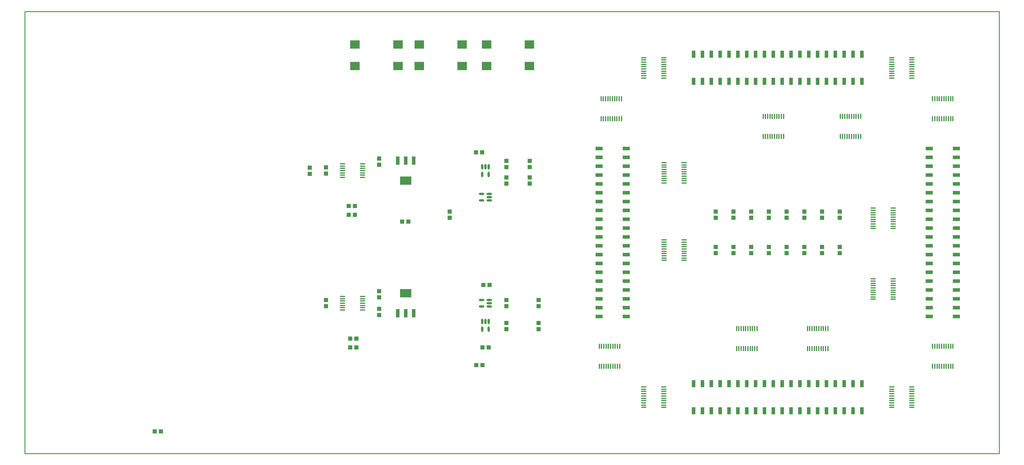
<source format=gtp>
G04 Layer_Color=8421504*
%FSLAX25Y25*%
%MOIN*%
G70*
G01*
G75*
%ADD10R,0.03937X0.09449*%
%ADD11R,0.12598X0.09449*%
%ADD12R,0.05000X0.05000*%
%ADD13O,0.02362X0.06102*%
%ADD14R,0.05000X0.05000*%
%ADD15O,0.06102X0.02362*%
%ADD16O,0.06102X0.01378*%
%ADD17R,0.03937X0.07874*%
%ADD18R,0.07874X0.03937*%
%ADD19R,0.11024X0.09449*%
%ADD20O,0.06299X0.01378*%
%ADD21O,0.01378X0.06299*%
%ADD23C,0.01000*%
D10*
X420945Y158583D02*
D03*
X430000D02*
D03*
X439055D02*
D03*
Y331417D02*
D03*
X430000D02*
D03*
X420945D02*
D03*
D11*
X430000Y181417D02*
D03*
Y308583D02*
D03*
D12*
X321700Y323400D02*
D03*
Y316400D02*
D03*
X400100Y176600D02*
D03*
Y183600D02*
D03*
X580000Y173500D02*
D03*
Y166500D02*
D03*
Y147500D02*
D03*
Y140500D02*
D03*
X340000Y166500D02*
D03*
Y173500D02*
D03*
X479500Y266500D02*
D03*
Y273500D02*
D03*
X570000Y312400D02*
D03*
Y305400D02*
D03*
Y331000D02*
D03*
Y324000D02*
D03*
X543500D02*
D03*
Y331000D02*
D03*
Y305400D02*
D03*
Y312400D02*
D03*
X400000Y333500D02*
D03*
Y326500D02*
D03*
X340000Y323500D02*
D03*
Y316500D02*
D03*
X400000Y156500D02*
D03*
Y163500D02*
D03*
X880000Y273500D02*
D03*
Y266500D02*
D03*
X920000Y226500D02*
D03*
Y233500D02*
D03*
X860000Y273500D02*
D03*
Y266500D02*
D03*
X900000Y226500D02*
D03*
Y233500D02*
D03*
X880000Y226500D02*
D03*
Y233500D02*
D03*
X860000Y226500D02*
D03*
Y233500D02*
D03*
X900000Y273500D02*
D03*
Y266500D02*
D03*
X820000Y273500D02*
D03*
Y266500D02*
D03*
X840000Y226500D02*
D03*
Y233500D02*
D03*
X820000Y226500D02*
D03*
Y233500D02*
D03*
X840000Y273500D02*
D03*
Y266500D02*
D03*
X800000Y226500D02*
D03*
Y233500D02*
D03*
X780000Y226500D02*
D03*
Y233500D02*
D03*
Y273500D02*
D03*
Y266500D02*
D03*
X920000D02*
D03*
Y273500D02*
D03*
X800000D02*
D03*
Y266500D02*
D03*
X543500Y166500D02*
D03*
Y173500D02*
D03*
Y140500D02*
D03*
Y147500D02*
D03*
D13*
X516260Y140571D02*
D03*
X523740D02*
D03*
X516260Y149429D02*
D03*
X520000D02*
D03*
X523740D02*
D03*
X516260Y315571D02*
D03*
X523740D02*
D03*
X516260Y324429D02*
D03*
X520000D02*
D03*
X523740D02*
D03*
D14*
X517600Y190600D02*
D03*
X524600D02*
D03*
X516500Y120000D02*
D03*
X523500D02*
D03*
X509800Y100000D02*
D03*
X516800D02*
D03*
X367300Y120000D02*
D03*
X374300D02*
D03*
X367300Y130000D02*
D03*
X374300D02*
D03*
X432900Y262200D02*
D03*
X425900D02*
D03*
X365500Y270000D02*
D03*
X372500D02*
D03*
X365500Y280000D02*
D03*
X372500D02*
D03*
X509300Y340600D02*
D03*
X516300D02*
D03*
X153500Y25000D02*
D03*
X146500D02*
D03*
D15*
X515571Y173740D02*
D03*
Y166260D02*
D03*
X524429Y173740D02*
D03*
Y170000D02*
D03*
Y166260D02*
D03*
X515571Y293740D02*
D03*
Y286260D02*
D03*
X524429Y293740D02*
D03*
Y290000D02*
D03*
Y286260D02*
D03*
D16*
X358681Y177677D02*
D03*
Y175118D02*
D03*
Y172559D02*
D03*
Y170000D02*
D03*
Y167441D02*
D03*
Y164882D02*
D03*
Y162323D02*
D03*
X381319Y177677D02*
D03*
Y175118D02*
D03*
Y172559D02*
D03*
Y170000D02*
D03*
Y167441D02*
D03*
Y164882D02*
D03*
Y162323D02*
D03*
X358681Y327677D02*
D03*
Y325118D02*
D03*
Y322559D02*
D03*
Y320000D02*
D03*
Y317441D02*
D03*
Y314882D02*
D03*
Y312323D02*
D03*
X381319Y327677D02*
D03*
Y325118D02*
D03*
Y322559D02*
D03*
Y320000D02*
D03*
Y317441D02*
D03*
Y314882D02*
D03*
Y312323D02*
D03*
D17*
X795000Y79104D02*
D03*
X775000D02*
D03*
X765000D02*
D03*
X755000D02*
D03*
X785000D02*
D03*
X835000D02*
D03*
X805000D02*
D03*
X815000D02*
D03*
X825000D02*
D03*
X845000D02*
D03*
X885000D02*
D03*
X855000D02*
D03*
X865000D02*
D03*
X875000D02*
D03*
X895000D02*
D03*
X935000D02*
D03*
X905000D02*
D03*
X915000D02*
D03*
X925000D02*
D03*
X945000D02*
D03*
Y48396D02*
D03*
X925000D02*
D03*
X915000D02*
D03*
X905000D02*
D03*
X935000D02*
D03*
X895000D02*
D03*
X875000D02*
D03*
X865000D02*
D03*
X855000D02*
D03*
X885000D02*
D03*
X845000D02*
D03*
X825000D02*
D03*
X815000D02*
D03*
X805000D02*
D03*
X835000D02*
D03*
X785000D02*
D03*
X755000D02*
D03*
X765000D02*
D03*
X775000D02*
D03*
X795000D02*
D03*
X905000Y420896D02*
D03*
X925000D02*
D03*
X935000D02*
D03*
X945000D02*
D03*
X915000D02*
D03*
X865000D02*
D03*
X895000D02*
D03*
X885000D02*
D03*
X875000D02*
D03*
X855000D02*
D03*
X815000D02*
D03*
X845000D02*
D03*
X835000D02*
D03*
X825000D02*
D03*
X805000D02*
D03*
X765000D02*
D03*
X795000D02*
D03*
X785000D02*
D03*
X775000D02*
D03*
X755000D02*
D03*
Y451604D02*
D03*
X775000D02*
D03*
X785000D02*
D03*
X795000D02*
D03*
X765000D02*
D03*
X805000D02*
D03*
X825000D02*
D03*
X835000D02*
D03*
X845000D02*
D03*
X815000D02*
D03*
X855000D02*
D03*
X875000D02*
D03*
X885000D02*
D03*
X895000D02*
D03*
X865000D02*
D03*
X915000D02*
D03*
X945000D02*
D03*
X935000D02*
D03*
X925000D02*
D03*
X905000D02*
D03*
D18*
X679104Y305000D02*
D03*
Y325000D02*
D03*
Y335000D02*
D03*
Y345000D02*
D03*
Y315000D02*
D03*
Y265000D02*
D03*
Y295000D02*
D03*
Y285000D02*
D03*
Y275000D02*
D03*
Y255000D02*
D03*
Y215000D02*
D03*
Y245000D02*
D03*
Y235000D02*
D03*
Y225000D02*
D03*
Y205000D02*
D03*
Y165000D02*
D03*
Y195000D02*
D03*
Y185000D02*
D03*
Y175000D02*
D03*
Y155000D02*
D03*
X648396D02*
D03*
Y175000D02*
D03*
Y185000D02*
D03*
Y195000D02*
D03*
Y165000D02*
D03*
Y205000D02*
D03*
Y225000D02*
D03*
Y235000D02*
D03*
Y245000D02*
D03*
Y215000D02*
D03*
Y255000D02*
D03*
Y275000D02*
D03*
Y285000D02*
D03*
Y295000D02*
D03*
Y265000D02*
D03*
Y315000D02*
D03*
Y345000D02*
D03*
Y335000D02*
D03*
Y325000D02*
D03*
Y305000D02*
D03*
X1020896Y195000D02*
D03*
Y175000D02*
D03*
Y165000D02*
D03*
Y155000D02*
D03*
Y185000D02*
D03*
Y235000D02*
D03*
Y205000D02*
D03*
Y215000D02*
D03*
Y225000D02*
D03*
Y245000D02*
D03*
Y285000D02*
D03*
Y255000D02*
D03*
Y265000D02*
D03*
Y275000D02*
D03*
Y295000D02*
D03*
Y335000D02*
D03*
Y305000D02*
D03*
Y315000D02*
D03*
Y325000D02*
D03*
Y345000D02*
D03*
X1051604D02*
D03*
Y325000D02*
D03*
Y315000D02*
D03*
Y305000D02*
D03*
Y335000D02*
D03*
Y295000D02*
D03*
Y275000D02*
D03*
Y265000D02*
D03*
Y255000D02*
D03*
Y285000D02*
D03*
Y245000D02*
D03*
Y225000D02*
D03*
Y215000D02*
D03*
Y205000D02*
D03*
Y235000D02*
D03*
Y185000D02*
D03*
Y155000D02*
D03*
Y165000D02*
D03*
Y175000D02*
D03*
Y195000D02*
D03*
D19*
X493700Y438300D02*
D03*
Y462800D02*
D03*
X445200Y438300D02*
D03*
Y462800D02*
D03*
X421200Y438300D02*
D03*
Y462800D02*
D03*
X372700Y438300D02*
D03*
Y462800D02*
D03*
X569700Y438300D02*
D03*
Y462800D02*
D03*
X521200Y438300D02*
D03*
Y462800D02*
D03*
D20*
X978681Y447766D02*
D03*
Y445207D02*
D03*
Y442648D02*
D03*
Y440089D02*
D03*
Y437530D02*
D03*
Y434970D02*
D03*
Y432411D02*
D03*
Y429852D02*
D03*
Y427293D02*
D03*
Y424734D02*
D03*
X1001319Y447766D02*
D03*
Y445207D02*
D03*
Y442648D02*
D03*
Y440089D02*
D03*
Y437530D02*
D03*
Y434970D02*
D03*
Y432411D02*
D03*
Y429852D02*
D03*
Y427293D02*
D03*
Y424734D02*
D03*
X721319Y52234D02*
D03*
Y54793D02*
D03*
Y57352D02*
D03*
Y59911D02*
D03*
Y62470D02*
D03*
Y65030D02*
D03*
Y67589D02*
D03*
Y70148D02*
D03*
Y72707D02*
D03*
Y75266D02*
D03*
X698681Y52234D02*
D03*
Y54793D02*
D03*
Y57352D02*
D03*
Y59911D02*
D03*
Y62470D02*
D03*
Y65030D02*
D03*
Y67589D02*
D03*
Y70148D02*
D03*
Y72707D02*
D03*
Y75266D02*
D03*
X721681Y329016D02*
D03*
Y326457D02*
D03*
Y323898D02*
D03*
Y321339D02*
D03*
Y318780D02*
D03*
Y316220D02*
D03*
Y313661D02*
D03*
Y311102D02*
D03*
Y308543D02*
D03*
Y305984D02*
D03*
X744319Y329016D02*
D03*
Y326457D02*
D03*
Y323898D02*
D03*
Y321339D02*
D03*
Y318780D02*
D03*
Y316220D02*
D03*
Y313661D02*
D03*
Y311102D02*
D03*
Y308543D02*
D03*
Y305984D02*
D03*
X980319Y174484D02*
D03*
Y177043D02*
D03*
Y179602D02*
D03*
Y182161D02*
D03*
Y184720D02*
D03*
Y187280D02*
D03*
Y189839D02*
D03*
Y192398D02*
D03*
Y194957D02*
D03*
Y197516D02*
D03*
X957681Y174484D02*
D03*
Y177043D02*
D03*
Y179602D02*
D03*
Y182161D02*
D03*
Y184720D02*
D03*
Y187280D02*
D03*
Y189839D02*
D03*
Y192398D02*
D03*
Y194957D02*
D03*
Y197516D02*
D03*
X698681Y447766D02*
D03*
Y445207D02*
D03*
Y442648D02*
D03*
Y440089D02*
D03*
Y437530D02*
D03*
Y434970D02*
D03*
Y432411D02*
D03*
Y429852D02*
D03*
Y427293D02*
D03*
Y424734D02*
D03*
X721319Y447766D02*
D03*
Y445207D02*
D03*
Y442648D02*
D03*
Y440089D02*
D03*
Y437530D02*
D03*
Y434970D02*
D03*
Y432411D02*
D03*
Y429852D02*
D03*
Y427293D02*
D03*
Y424734D02*
D03*
X1001319Y52234D02*
D03*
Y54793D02*
D03*
Y57352D02*
D03*
Y59911D02*
D03*
Y62470D02*
D03*
Y65030D02*
D03*
Y67589D02*
D03*
Y70148D02*
D03*
Y72707D02*
D03*
Y75266D02*
D03*
X978681Y52234D02*
D03*
Y54793D02*
D03*
Y57352D02*
D03*
Y59911D02*
D03*
Y62470D02*
D03*
Y65030D02*
D03*
Y67589D02*
D03*
Y70148D02*
D03*
Y72707D02*
D03*
Y75266D02*
D03*
X721681Y241516D02*
D03*
Y238957D02*
D03*
Y236398D02*
D03*
Y233839D02*
D03*
Y231280D02*
D03*
Y228720D02*
D03*
Y226161D02*
D03*
Y223602D02*
D03*
Y221043D02*
D03*
Y218484D02*
D03*
X744319Y241516D02*
D03*
Y238957D02*
D03*
Y236398D02*
D03*
Y233839D02*
D03*
Y231280D02*
D03*
Y228720D02*
D03*
Y226161D02*
D03*
Y223602D02*
D03*
Y221043D02*
D03*
Y218484D02*
D03*
X980319Y254484D02*
D03*
Y257043D02*
D03*
Y259602D02*
D03*
Y262161D02*
D03*
Y264720D02*
D03*
Y267280D02*
D03*
Y269839D02*
D03*
Y272398D02*
D03*
Y274957D02*
D03*
Y277516D02*
D03*
X957681Y254484D02*
D03*
Y257043D02*
D03*
Y259602D02*
D03*
Y262161D02*
D03*
Y264720D02*
D03*
Y267280D02*
D03*
Y269839D02*
D03*
Y272398D02*
D03*
Y274957D02*
D03*
Y277516D02*
D03*
D21*
X943516Y381319D02*
D03*
X940957D02*
D03*
X938398D02*
D03*
X935839D02*
D03*
X933280D02*
D03*
X930720D02*
D03*
X928161D02*
D03*
X925602D02*
D03*
X923043D02*
D03*
X920484D02*
D03*
X943516Y358681D02*
D03*
X940957D02*
D03*
X938398D02*
D03*
X935839D02*
D03*
X933280D02*
D03*
X930720D02*
D03*
X928161D02*
D03*
X925602D02*
D03*
X923043D02*
D03*
X920484D02*
D03*
X803484Y118681D02*
D03*
X806043D02*
D03*
X808602D02*
D03*
X811161D02*
D03*
X813720D02*
D03*
X816280D02*
D03*
X818839D02*
D03*
X821398D02*
D03*
X823957D02*
D03*
X826516D02*
D03*
X803484Y141319D02*
D03*
X806043D02*
D03*
X808602D02*
D03*
X811161D02*
D03*
X813720D02*
D03*
X816280D02*
D03*
X818839D02*
D03*
X821398D02*
D03*
X823957D02*
D03*
X826516D02*
D03*
X648484Y98681D02*
D03*
X651043D02*
D03*
X653602D02*
D03*
X656161D02*
D03*
X658720D02*
D03*
X661280D02*
D03*
X663839D02*
D03*
X666398D02*
D03*
X668957D02*
D03*
X671516D02*
D03*
X648484Y121319D02*
D03*
X651043D02*
D03*
X653602D02*
D03*
X656161D02*
D03*
X658720D02*
D03*
X661280D02*
D03*
X663839D02*
D03*
X666398D02*
D03*
X668957D02*
D03*
X671516D02*
D03*
X1047766Y401319D02*
D03*
X1045207D02*
D03*
X1042648D02*
D03*
X1040089D02*
D03*
X1037530D02*
D03*
X1034970D02*
D03*
X1032411D02*
D03*
X1029852D02*
D03*
X1027293D02*
D03*
X1024734D02*
D03*
X1047766Y378681D02*
D03*
X1045207D02*
D03*
X1042648D02*
D03*
X1040089D02*
D03*
X1037530D02*
D03*
X1034970D02*
D03*
X1032411D02*
D03*
X1029852D02*
D03*
X1027293D02*
D03*
X1024734D02*
D03*
X856516Y381319D02*
D03*
X853957D02*
D03*
X851398D02*
D03*
X848839D02*
D03*
X846280D02*
D03*
X843720D02*
D03*
X841161D02*
D03*
X838602D02*
D03*
X836043D02*
D03*
X833484D02*
D03*
X856516Y358681D02*
D03*
X853957D02*
D03*
X851398D02*
D03*
X848839D02*
D03*
X846280D02*
D03*
X843720D02*
D03*
X841161D02*
D03*
X838602D02*
D03*
X836043D02*
D03*
X833484D02*
D03*
X883484Y118681D02*
D03*
X886043D02*
D03*
X888602D02*
D03*
X891161D02*
D03*
X893720D02*
D03*
X896280D02*
D03*
X898839D02*
D03*
X901398D02*
D03*
X903957D02*
D03*
X906516D02*
D03*
X883484Y141319D02*
D03*
X886043D02*
D03*
X888602D02*
D03*
X891161D02*
D03*
X893720D02*
D03*
X896280D02*
D03*
X898839D02*
D03*
X901398D02*
D03*
X903957D02*
D03*
X906516D02*
D03*
X650484Y378681D02*
D03*
X653043D02*
D03*
X655602D02*
D03*
X658161D02*
D03*
X660720D02*
D03*
X663280D02*
D03*
X665839D02*
D03*
X668398D02*
D03*
X670957D02*
D03*
X673516D02*
D03*
X650484Y401319D02*
D03*
X653043D02*
D03*
X655602D02*
D03*
X658161D02*
D03*
X660720D02*
D03*
X663280D02*
D03*
X665839D02*
D03*
X668398D02*
D03*
X670957D02*
D03*
X673516D02*
D03*
X1047766Y121319D02*
D03*
X1045207D02*
D03*
X1042648D02*
D03*
X1040089D02*
D03*
X1037530D02*
D03*
X1034970D02*
D03*
X1032411D02*
D03*
X1029852D02*
D03*
X1027293D02*
D03*
X1024734D02*
D03*
X1047766Y98681D02*
D03*
X1045207D02*
D03*
X1042648D02*
D03*
X1040089D02*
D03*
X1037530D02*
D03*
X1034970D02*
D03*
X1032411D02*
D03*
X1029852D02*
D03*
X1027293D02*
D03*
X1024734D02*
D03*
D23*
X0Y0D02*
Y500000D01*
X1100000D01*
Y0D02*
Y500000D01*
X0Y0D02*
X1100000D01*
M02*

</source>
